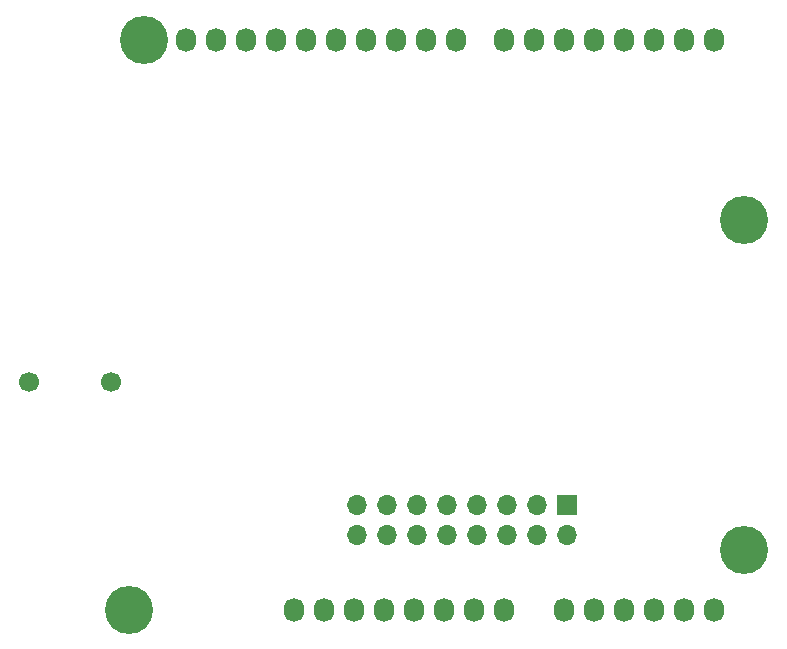
<source format=gbr>
G04 #@! TF.GenerationSoftware,KiCad,Pcbnew,(5.1.8)-1*
G04 #@! TF.CreationDate,2021-03-26T14:12:46-05:00*
G04 #@! TF.ProjectId,Shield,53686965-6c64-42e6-9b69-6361645f7063,rev?*
G04 #@! TF.SameCoordinates,Original*
G04 #@! TF.FileFunction,Soldermask,Bot*
G04 #@! TF.FilePolarity,Negative*
%FSLAX46Y46*%
G04 Gerber Fmt 4.6, Leading zero omitted, Abs format (unit mm)*
G04 Created by KiCad (PCBNEW (5.1.8)-1) date 2021-03-26 14:12:46*
%MOMM*%
%LPD*%
G01*
G04 APERTURE LIST*
%ADD10O,1.700000X1.700000*%
%ADD11R,1.700000X1.700000*%
%ADD12C,1.700000*%
%ADD13O,1.727200X2.032000*%
%ADD14C,4.064000*%
G04 APERTURE END LIST*
D10*
X144272000Y-117475000D03*
X144272000Y-114935000D03*
X146812000Y-117475000D03*
X146812000Y-114935000D03*
X149352000Y-117475000D03*
X149352000Y-114935000D03*
X151892000Y-117475000D03*
X151892000Y-114935000D03*
X154432000Y-117475000D03*
X154432000Y-114935000D03*
X156972000Y-117475000D03*
X156972000Y-114935000D03*
X159512000Y-117475000D03*
X159512000Y-114935000D03*
X162052000Y-117475000D03*
D11*
X162052000Y-114935000D03*
D12*
X123448000Y-104521000D03*
X116448000Y-104521000D03*
D13*
X138938000Y-123825000D03*
X141478000Y-123825000D03*
X144018000Y-123825000D03*
X146558000Y-123825000D03*
X149098000Y-123825000D03*
X151638000Y-123825000D03*
X154178000Y-123825000D03*
X156718000Y-123825000D03*
X161798000Y-123825000D03*
X164338000Y-123825000D03*
X166878000Y-123825000D03*
X169418000Y-123825000D03*
X171958000Y-123825000D03*
X174498000Y-123825000D03*
X129794000Y-75565000D03*
X132334000Y-75565000D03*
X134874000Y-75565000D03*
X137414000Y-75565000D03*
X139954000Y-75565000D03*
X142494000Y-75565000D03*
X145034000Y-75565000D03*
X147574000Y-75565000D03*
X150114000Y-75565000D03*
X152654000Y-75565000D03*
X156718000Y-75565000D03*
X159258000Y-75565000D03*
X161798000Y-75565000D03*
X164338000Y-75565000D03*
X166878000Y-75565000D03*
X169418000Y-75565000D03*
X171958000Y-75565000D03*
X174498000Y-75565000D03*
D14*
X124968000Y-123825000D03*
X177038000Y-118745000D03*
X126238000Y-75565000D03*
X177038000Y-90805000D03*
M02*

</source>
